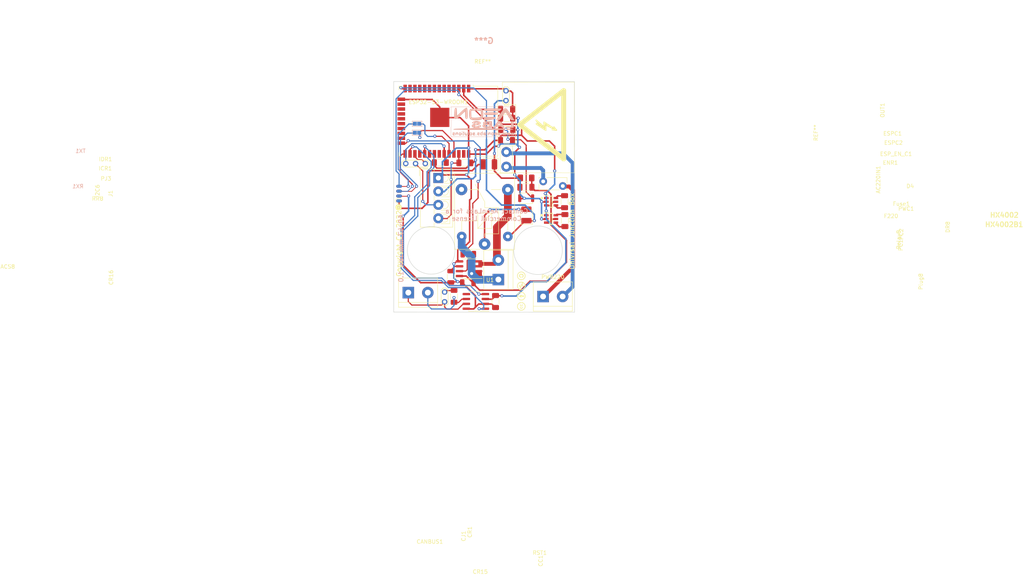
<source format=kicad_pcb>
(kicad_pcb (version 20211014) (generator pcbnew)
  (layers (0 "F.Cu" signal) (31 "B.Cu" signal) (34 "B.Paste" user) (35 "F.Paste" user) (36 "B.SilkS" user "B.Silkscreen") (37 "F.SilkS" user "F.Silkscreen") (38 "B.Mask" user) (39 "F.Mask" user) (44 "Edge.Cuts" user))
  (net 0 "")
  (net 1 "/GND_220")
  (net 2 "/AC_220_IN")
  (net 3 "Net-(ACS8-Pad1)")
  (net 4 "Net-(ACS8-Pad3)")
  (net 5 "/GND")
  (net 6 "Net-(ACS8-Pad6)")
  (net 7 "Net-(ACS8-Pad7)")
  (net 8 "/5V0")
  (net 9 "Net-(CANBUS1-Pad1)")
  (net 10 "Net-(CANBUS1-Pad2)")
  (net 11 "/3V3")
  (net 12 "Net-(CJ1-Pad2)")
  (net 13 "Net-(D4-Pad1)")
  (net 14 "/5V0F")
  (net 15 "Net-(DR8-Pad1)")
  (net 16 "/IO12_Switch")
  (net 17 "/RST_EN_RTS")
  (net 27 "/IO14")
  (net 28 "/IO13")
  (net 35 "/IO15")
  (net 36 "/IO02_SENSE")
  (net 37 "/IO0_BOOT_DTR")
  (net 38 "/IO04TX_CAN")
  (net 39 "/IO16")
  (net 41 "/IO05RX_CAN")
  (net 45 "/IO21_IMD")
  (net 46 "/IO03RX")
  (net 47 "/IO01TX")
  (net 48 "/IO22_IMC")
  (net 50 "Net-(F220-Pad1)")
  (net 51 "Net-(HX4002-Pad4)")
  (net 52 "Net-(HX4002-Pad6)")
  (net 53 "Net-(HX4002B1-Pad4)")
  (net 54 "Net-(HX4002B1-Pad6)")
  (net 55 "Net-(I2C6-Pad3)")
  (net 56 "/RX_IN")
  (net 57 "/TX_IN")
  (footprint "TerminalBlock_4Ucon:TerminalBlock_4Ucon_1x04_P3.50mm_Vertical" (layer "F.Cu") (at 136.385 89.745 -90)
    (fp_text reference "I2C6")
    (fp_text value "I2C6")
  )
  (footprint "Resistor_SMD:R_1206_3216Metric_Pad1.30x1.75mm_HandSolder" (layer "F.Cu") (at 140.475 120.545 90)
    (fp_text reference "CR1")
    (fp_text value "120")
  )
  (footprint "Package_SO:SOIC-8_3.9x4.9mm_P1.27mm" (layer "F.Cu") (at 146.155 121.875 180)
    (fp_text reference "U1")
    (fp_text value "SN65HVD230")
  )
  (footprint "Fuse:Fuse_1206_3216Metric_Pad1.42x1.75mm_HandSolder" (layer "F.Cu") (at 159.195 89.725 180)
    (fp_text reference "Fuse1")
    (fp_text value "Polyfuse")
  )
  (footprint "TerminalBlock:TerminalBlock_bornier-2_P5.08mm" (layer "F.Cu") (at 152.005 116.185 90)
    (fp_text reference "Plug8")
    (fp_text value "AC1_Conn")
  )
  (footprint "Capacitor_SMD:C_1206_3216Metric_Pad1.33x1.80mm_HandSolder" (layer "F.Cu") (at 154.14 71.84)
    (fp_text reference "ESPC1")
    (fp_text value "0.1uF")
  )
  (footprint "Capacitor_SMD:C_1206_3216Metric_Pad1.33x1.80mm_HandSolder" (layer "F.Cu") (at 154.15 74.18)
    (fp_text reference "ESPC2")
    (fp_text value "22uF")
  )
  (footprint "Capacitor_SMD:C_1206_3216Metric_Pad1.33x1.80mm_HandSolder" (layer "F.Cu") (at 154.19 77.18 180)
    (fp_text reference "ESP_EN_C1")
    (fp_text value "0.1uF")
  )
  (footprint "Capacitor_SMD:C_1206_3216Metric_Pad1.33x1.80mm_HandSolder" (layer "F.Cu") (at 169.315 100.825 -90)
    (fp_text reference "PC2")
    (fp_text value "0.1pF")
  )
  (footprint "AeonLabs:SW_Push_SPST_NO_Alps_SKRK AliExpress" (layer "F.Cu") (at 157.685 94.185)
    (fp_text reference "RST1")
    (fp_text value "RST")
  )
  (footprint "TestPoint:TestPoint_3Pads_Pitch2.54mm_Drill0.8mm" (layer "F.Cu") (at 133 86 180)
    (fp_text reference "PJ3")
    (fp_text value "PJ1")
  )
  (footprint "AeonLabs:aeon creative commons logos" (layer "F.Cu") (at 157.918532 119.210201 90)
    (fp_text reference "G***" hide)
    (fp_text value "LOGO" hide)
  )
  (footprint "Resistor_SMD:R_1206_3216Metric_Pad1.30x1.75mm_HandSolder" (layer "F.Cu") (at 136.91 85.74 180)
    (fp_text reference "IDR1")
    (fp_text value "10k")
  )
  (footprint "TestPoint:TestPoint_2Pads_Pitch2.54mm_Drill0.8mm" (layer "F.Cu") (at 153.99 67.045 -90)
    (fp_text reference "OUT1")
    (fp_text value "AC/DC Out")
  )
  (footprint "Diode_SMD:D_1210_3225Metric_Pad1.42x2.65mm_HandSolder" (layer "F.Cu") (at 159.295 99.3625 90)
    (fp_text reference "DR8")
    (fp_text value "D_Schottky")
  )
  (footprint "Resistor_SMD:R_1206_3216Metric" (layer "F.Cu") (at 144.185 109.585 180)
    (fp_text reference "RR8")
    (fp_text value "10k")
  )
  (footprint "Connector:SOIC_clipProgSmall" (layer "F.Cu") (at 125.4255 93.805 -90)
    (fp_text reference "J1")
    (fp_text value "Conn_01x08_Male")
  )
  (footprint "Resistor_SMD:R_1206_3216Metric_Pad1.30x1.75mm_HandSolder" (layer "F.Cu") (at 143.285 85.815 180)
    (fp_text reference "ICR1")
    (fp_text value "10k")
  )
  (footprint "Capacitor_SMD:C_1206_3216Metric_Pad1.33x1.80mm_HandSolder" (layer "F.Cu") (at 151.265 121.905 90)
    (fp_text reference "CC1")
    (fp_text value "0.1uF")
  )
  (footprint "Resistor_SMD:R_1206_3216Metric_Pad1.30x1.75mm_HandSolder" (layer "F.Cu") (at 154.12 79.93)
    (fp_text reference "ENR1")
    (fp_text value "10k")
  )
  (footprint "AeonLabs:HX4002 SOT95 P280X125-6N" (layer "F.Cu") (at 165.675 100.425)
    (fp_text reference "HX4002B1")
    (fp_text value "HX4002" hide)
  )
  (footprint "RF_Module:ESP32-WROOM-32" (layer "F.Cu") (at 136.005 74.965 -90)
    (fp_text reference "ESP32-S3-WROOM1")
    (fp_text value "ESP32-S3-WROOM1")
  )
  (footprint "TerminalBlock:TerminalBlock_bornier-2_P5.08mm" (layer "F.Cu") (at 128.575 119.585)
    (fp_text reference "CANBUS1")
    (fp_text value "CANBUS")
  )
  (footprint "AeonLabs:Universal Junction Box" (layer "F.Cu") (at 147.75 95.64)
    (fp_text reference "REF**")
    (fp_text value "Universal Junction Box")
    (fp_line (start 24.07 29.05) (end 24.05 -30.98) (layer "Edge.Cuts") (width 0.12))
    (fp_line (start -22.95 29.02) (end 24.07 29.05) (layer "Edge.Cuts") (width 0.12))
    (fp_line (start -22.97 -31.01) (end -22.95 29.02) (layer "Edge.Cuts") (width 0.12))
    (fp_line (start 24.05 -30.98) (end -22.97 -31.01) (layer "Edge.Cuts") (width 0.12))
    (fp_circle (center 14.57 12.918787) (end 18.68 17.72) (layer "Edge.Cuts") (width 0.12) (fill none))
    (fp_circle (center -13.22 12.938787) (end -9.19 17.66) (layer "Edge.Cuts") (width 0.12) (fill none))
  )
  (footprint "Package_SO:SOIC-8_3.9x4.9mm_P1.27mm" (layer "F.Cu") (at 144.375 113.365 180)
    (fp_text reference "ACS8")
    (fp_text value "ACS712xLCTR-05B")
  )
  (footprint "Capacitor_SMD:C_1206_3216Metric_Pad1.33x1.80mm_HandSolder" (layer "F.Cu") (at 169.225 95.915 -90)
    (fp_text reference "PC1")
    (fp_text value "0.1pF")
  )
  (footprint "Capacitor_SMD:C_1206_3216Metric" (layer "F.Cu") (at 144.075 117.025 180)
    (fp_text reference "CR15")
    (fp_text value "1nF")
  )
  (footprint "TerminalBlock:TerminalBlock_bornier-2_P5.08mm" (layer "F.Cu") (at 163.635 120.605)
    (fp_text reference "PWR220")
    (fp_text value "PWR220")
  )
  (footprint "Symbol:Symbol_Highvoltage_Type2_Front_Silk_Small" (layer "F.Cu") (at 165.185 75.89 90)
    (fp_text reference "REF**")
    (fp_text value "Symbol_Highvoltage_Type2_Front_Silk_Small")
  )
  (footprint "Relay_THT:Relay_SPDT_SANYOU_SRD_Series_Form_C" (layer "F.Cu") (at 148.415 106.925 90)
    (fp_text reference "Relay8")
    (fp_text value "Relay1")
  )
  (footprint "AeonLabs:HX4002 SOT95 P280X125-6N" (layer "F.Cu") (at 165.685 95.945)
    (fp_text reference "HX4002")
    (fp_text value "HX4002" hide)
  )
  (footprint "Capacitor_SMD:C_1206_3216Metric_Pad1.33x1.80mm_HandSolder" (layer "F.Cu") (at 159.165 92.155 180)
    (fp_text reference "PWC1")
    (fp_text value "0.1pF")
  )
  (footprint "Diode_SMD:D_1210_3225Metric_Pad1.42x2.65mm_HandSolder" (layer "F.Cu") (at 149.5025 86.185 180)
    (fp_text reference "D4")
    (fp_text value "SCHOTSKY")
  )
  (footprint "TestPoint:TestPoint_2Pads_Pitch3.81mm_Drill1.3mm" (layer "F.Cu") (at 154.07 82.985 -90)
    (fp_text reference "AC220IN1")
    (fp_text value "AC220IN")
  )
  (footprint "TestPoint:TestPoint_2Pads_Pitch2.54mm_Drill0.8mm" (layer "F.Cu") (at 138.025 121.985 90)
    (fp_text reference "CJ1")
    (fp_text value "CJ1")
  )
  (footprint "Capacitor_SMD:C_1206_3216Metric" (layer "F.Cu") (at 139.635 115.465 -90)
    (fp_text reference "CR16")
    (fp_text value "1nF")
  )
  (footprint "Fuse:Fuse_Bourns_MF-RG300" (layer "F.Cu") (at 168.765 91.835 180)
    (fp_text reference "F220")
    (fp_text value "Fuse")
  )
  (footprint "TestPoint:TestPoint_Pad_Bridge_1.0x1.0mm" (layer "B.Cu") (at 130.28 75.62)
    (fp_text reference "TX1")
    (fp_text value "TX1")
  )
  (footprint "AeonLabs:aeon logo www" (layer "B.Cu") (at 148.1 75.08 180)
    (fp_text reference "G***")
    (fp_text value "LOGO" hide)
  )
  (footprint "TestPoint:TestPoint_Pad_Bridge_1.0x1.0mm" (layer "B.Cu") (at 130.28 77.96)
    (fp_text reference "RX1")
    (fp_text value "RX1")
  )
  (gr_line (start 171.73 64.825) (end 171.75 88.395) (layer "F.SilkS") (width 0.1))
  (gr_line (start 156.5 81.375) (end 156.51 70.615) (layer "F.SilkS") (width 0.12))
  (gr_circle (center 126.050956 97.37) (end 125.580956 97.34) (layer "F.SilkS") (width 0.7) (fill none))
  (gr_line (start 156.5 81.375) (end 155.56 81.375) (layer "F.SilkS") (width 0.12))
  (gr_line (start 171.73 64.825) (end 153.06 64.845) (layer "F.SilkS") (width 0.1))
  (gr_line (start 153.06 66.535) (end 153.06 64.845) (layer "F.SilkS") (width 0.1))
  (gr_line (start 156.51 70.615) (end 153.61 70.615) (layer "F.SilkS") (width 0.12))
  (gr_line (start 171.75 88.395) (end 155.59 88.38) (layer "F.SilkS") (width 0.1))
  (gr_text "60x47 mm rev. 1.0" (at 126.68 108.09 90) (layer "B.SilkS") (effects (font (size 1.2 1.2) (thickness 0.2)) (justify mirror)))
  (gr_text "Contact AeonLabs for a\nCommercial License" (at 148.96 99.33) (layer "B.SilkS") (effects (font (size 1.2 1.2) (thickness 0.2)) (justify mirror)))
  (gr_text "Copyright CC 2022" (at 126.14 106.8 90) (layer "F.SilkS") (effects (font (size 1.2 1.2) (thickness 0.2))))
  (gr_text "Univrsal Junction Box" (at 171.14 103.63 90) (layer "F.SilkS") (effects (font (size 1.2 1.2) (thickness 0.2))))
  (segment (start 168.725 120.665) (end 171.325 118.065) (width 1) (layer "B.Cu") (net 1))
  (segment (start 171.325 118.065) (end 171.325 85.855) (width 1) (layer "B.Cu") (net 1))
  (segment (start 171.325 85.855) (end 168.805 83.335) (width 1) (layer "B.Cu") (net 1))
  (segment (start 168.715 120.665) (end 168.725 120.665) (width 1) (layer "B.Cu") (net 1))
  (segment (start 168.805 83.335) (end 154.1 83.335) (width 1) (layer "B.Cu") (net 1))
  (segment (start 163.045 87.145) (end 163.665 87.765) (width 1) (layer "B.Cu") (net 2))
  (segment (start 154.1 87.145) (end 163.045 87.145) (width 1) (layer "B.Cu") (net 2))
  (segment (start 163.665 87.765) (end 163.665 90.765) (width 1) (layer "B.Cu") (net 2))
  (segment (start 147.235 114.955) (end 146.995 114.715) (width 1) (layer "F.Cu") (net 3))
  (segment (start 147.235 114.335) (end 147.235 114.955) (width 1) (layer "F.Cu") (net 3))
  (segment (start 146.705 114.685) (end 145.195 114.685) (width 1) (layer "F.Cu") (net 3))
  (via (at 145.045 114.635) (size 1.2) (drill 0.8) (layers "F.Cu" "B.Cu") (net 3))
  (segment (start 145.045 110.295) (end 142.465 107.715) (width 2) (layer "B.Cu") (net 3))
  (segment (start 146.595 116.245) (end 145.045 114.695) (width 2) (layer "B.Cu") (net 3))
  (segment (start 152.005 116.245) (end 146.595 116.245) (width 2) (layer "B.Cu") (net 3))
  (segment (start 142.465 107.715) (end 142.465 105.035) (width 2) (layer "B.Cu") (net 3))
  (segment (start 145.045 114.695) (end 145.045 110.295) (width 2) (layer "B.Cu") (net 3))
  (segment (start 147.375 112.105) (end 151.065 112.105) (width 1) (layer "F.Cu") (net 4))
  (segment (start 154.465 99.755) (end 151.625 102.595) (width 2) (layer "F.Cu") (net 4))
  (segment (start 151.065 112.105) (end 152.005 111.165) (width 1) (layer "F.Cu") (net 4))
  (segment (start 154.465 92.835) (end 154.465 99.755) (width 2) (layer "F.Cu") (net 4))
  (segment (start 151.625 110.785) (end 152.005 111.165) (width 2) (layer "F.Cu") (net 4))
  (segment (start 151.625 102.595) (end 151.625 110.785) (width 2) (layer "F.Cu") (net 4))
  (segment (start 147.285 111.775) (end 147.285 112.395) (width 1) (layer "F.Cu") (net 4))
  (segment (start 141.43 108.45) (end 142.65 107.23) (width 0.4) (layer "F.Cu") (net 5))
  (segment (start 145.58 123.84) (end 143.68 123.84) (width 0.4) (layer "F.Cu") (net 5))
  (segment (start 155.7125 74.24) (end 157.15 74.24) (width 0.4) (layer "F.Cu") (net 5))
  (segment (start 143.61 107.23) (end 144.53 106.31) (width 0.4) (layer "F.Cu") (net 5))
  (segment (start 157.51 81.81) (end 157.54 81.78) (width 0.4) (layer "F.Cu") (net 5))
  (segment (start 146.85 122.57) (end 146.025 123.395) (width 0.4) (layer "F.Cu") (net 5))
  (segment (start 142.32 111.47) (end 141.18 111.47) (width 0.3) (layer "F.Cu") (net 5))
  (segment (start 139.635 117) (end 131.78 117) (width 0.4) (layer "F.Cu") (net 5))
  (segment (start 153.41 66.525) (end 153.99 67.105) (width 0.4) (layer "F.Cu") (net 5))
  (segment (start 131.78 117) (end 127.23 112.45) (width 0.4) (layer "F.Cu") (net 5))
  (segment (start 136.385 89.805) (end 137.25 88.94) (width 0.4) (layer "F.Cu") (net 5))
  (segment (start 142.65 107.23) (end 143.61 107.23) (width 0.4) (layer "F.Cu") (net 5))
  (segment (start 157.6025 95.0275) (end 157.565 95.065) (width 0.4) (layer "F.Cu") (net 5))
  (segment (start 139.825 116.8) (end 141.42 116.8) (width 0.3) (layer "F.Cu") (net 5))
  (segment (start 142.315 116.8) (end 142.6 117.085) (width 0.4) (layer "F.Cu") (net 5))
  (segment (start 155.7025 67.6025) (end 155.205 67.105) (width 0.4) (layer "F.Cu") (net 5))
  (segment (start 144.26 66.525) (end 153.41 66.525) (width 0.4) (layer "F.Cu") (net 5))
  (segment (start 148.865 83.525) (end 149.85 82.54) (width 0.4) (layer "F.Cu") (net 5))
  (segment (start 150.9 81.49) (end 152.04 81.49) (width 0.4) (layer "F.Cu") (net 5))
  (segment (start 141.0575 111.5425) (end 140.5325 112.0675) (width 0.3) (layer "F.Cu") (net 5))
  (segment (start 148.63 122.57) (end 150.3075 122.57) (width 0.4) (layer "F.Cu") (net 5))
  (segment (start 142.065 74.025) (end 144.26 76.22) (width 0.4) (layer "F.Cu") (net 5))
  (segment (start 155.7125 74.24) (end 155.7125 71.91) (width 0.4) (layer "F.Cu") (net 5))
  (segment (start 146.025 120.415) (end 146.025 123.395) (width 0.4) (layer "F.Cu") (net 5))
  (segment (start 146.025 123.395) (end 145.58 123.84) (width 0.4) (layer "F.Cu") (net 5))
  (segment (start 149.85 82.54) (end 150.9 81.49) (width 0.4) (layer "F.Cu") (net 5))
  (segment (start 164.475 95.985) (end 163.365 95.985) (width 0.4) (layer "F.Cu") (net 5))
  (segment (start 141.42 116.8) (end 142.315 116.8) (width 0.4) (layer "F.Cu") (net 5))
  (segment (start 126.75 69.31) (end 134.8 69.31) (width 0.4) (layer "F.Cu") (net 5))
  (segment (start 155.7525 77.24) (end 156.96 77.24) (width 0.4) (layer "F.Cu") (net 5))
  (segment (start 136.76 74.025) (end 142.065 74.025) (width 0.4) (layer "F.Cu") (net 5))
  (segment (start 144.53 97.73) (end 144.53 97.12) (width 0.4) (layer "F.Cu") (net 5))
  (segment (start 141.43 111.05) (end 141.43 108.45) (width 0.4) (layer "F.Cu") (net 5))
  (segment (start 155.205 67.105) (end 153.99 67.105) (width 0.4) (layer "F.Cu") (net 5))
  (segment (start 155.7125 71.91) (end 155.7025 71.9) (width 0.4) (layer "F.Cu") (net 5))
  (segment (start 157.6025 92.215) (end 157.6025 95.0275) (width 0.4) (layer "F.Cu") (net 5))
  (segment (start 144.26 76.22) (end 144.26 81.95) (width 0.4) (layer "F.Cu") (net 5))
  (segment (start 126.1755 94.5) (end 128.65 94.5) (width 0.2) (layer "F.Cu") (net 5))
  (segment (start 164.465 100.465) (end 163.325 100.465) (width 0.4) (layer "F.Cu") (net 5))
  (segment (start 156.26 83.06) (end 157.51 81.81) (width 0.4) (layer "F.Cu") (net 5))
  (segment (start 157.5925 95.125) (end 158.795 95.125) (width 0.4) (layer "F.Cu") (net 5))
  (segment (start 127.23 112.45) (end 127.23 99.76) (width 0.4) (layer "F.Cu") (net 5))
  (segment (start 144.94 95.08) (end 144.6 95.42) (width 0.4) (layer "F.Cu") (net 5))
  (segment (start 150.3075 122.57) (end 151.265 123.5275) (width 0.4) (layer "F.Cu") (net 5))
  (segment (start 142.695 117.085) (end 146.025 120.415) (width 0.4) (layer "F.Cu") (net 5))
  (segment (start 144.53 97.73) (end 144.53 95.49) (width 0.4) (layer "F.Cu") (net 5))
  (segment (start 143.72 88.94) (end 144.94 90.16) (width 0.4) (layer "F.Cu") (net 5))
  (segment (start 141.9 111.52) (end 141.43 111.05) (width 0.4) (layer "F.Cu") (net 5))
  (segment (start 156.26 88.96) (end 156.26 83.06) (width 0.4) (layer "F.Cu") (net 5))
  (segment (start 144.94 90.16) (end 144.94 95.08) (width 0.4) (layer "F.Cu") (net 5))
  (segment (start 144.53 106.31) (end 144.53 97.73) (width 0.4) (layer "F.Cu") (net 5))
  (segment (start 134.8 69.31) (end 136.76 71.27) (width 0.4) (layer "F.Cu") (net 5))
  (segment (start 137.25 88.94) (end 140.65 88.94) (width 0.4) (layer "F.Cu") (net 5))
  (segment (start 148.63 122.57) (end 146.85 122.57) (width 0.4) (layer "F.Cu") (net 5))
  (segment (start 144.26 83.525) (end 148.865 83.525) (width 0.4) (layer "F.Cu") (net 5))
  (segment (start 155.7025 71.9) (end 155.7025 67.6025) (width 0.4) (layer "F.Cu") (net 5))
  (segment (start 140.65 88.94) (end 143.72 88.94) (width 0.4) (layer "F.Cu") (net 5))
  (segment (start 144.53 95.49) (end 144.6 95.42) (width 0.4) (layer "F.Cu") (net 5))
  (segment (start 136.76 71.27) (end 136.76 74.025) (width 0.4) (layer "F.Cu") (net 5))
  (segment (start 142.6 117.085) (end 142.695 117.085) (width 0.4) (layer "F.Cu") (net 5))
  (segment (start 144.26 83.525) (end 144.26 81.95) (width 0.4) (layer "F.Cu") (net 5))
  (via (at 163.235 100.415) (size 0.8) (drill 0.4) (layers "F.Cu" "B.Cu") (net 5))
  (via (at 163.245 95.925) (size 0.8) (drill 0.4) (layers "F.Cu" "B.Cu") (net 5))
  (via (at 156.26 88.9) (size 0.8) (drill 0.4) (layers "F.Cu" "B.Cu") (net 5))
  (via (at 144.26 81.89) (size 0.8) (drill 0.4) (layers "F.Cu" "B.Cu") (net 5))
  (via (at 128.65 94.44) (size 0.8) (drill 0.4) (layers "F.Cu" "B.Cu") (net 5))
  (via (at 157.51 81.75) (size 0.8) (drill 0.4) (layers "F.Cu" "B.Cu") (net 5))
  (via (at 140.425 112.115) (size 0.8) (drill 0.4) (layers "F.Cu" "B.Cu") (net 5))
  (via (at 157.15 74.18) (size 0.8) (drill 0.4) (layers "F.Cu" "B.Cu") (net 5))
  (via (at 158.745 95.035) (size 0.8) (drill 0.4) (layers "F.Cu" "B.Cu") (net 5))
  (via (at 127.23 99.7) (size 0.8) (drill 0.4) (layers "F.Cu" "B.Cu") (net 5))
  (via (at 143.72 88.88) (size 0.8) (drill 0.4) (layers "F.Cu" "B.Cu") (net 5))
  (via (at 141.42 116.74) (size 0.8) (drill 0.4) (layers "F.Cu" "B.Cu") (net 5))
  (via (at 157.07 77.19) (size 0.8) (drill 0.4) (layers "F.Cu" "B.Cu") (net 5))
  (via (at 152.04 81.43) (size 0.8) (drill 0.4) (layers "F.Cu" "B.Cu") (net 5))
  (segment (start 157.07 74.32) (end 157.15 74.24) (width 0.4) (layer "B.Cu") (net 5))
  (segment (start 128.65 98.34) (end 127.23 99.76) (width 0.4) (layer "B.Cu") (net 5))
  (segment (start 137.45 88.74) (end 136.385 89.805) (width 0.4) (layer "B.Cu") (net 5))
  (segment (start 158.745 95.095) (end 157.66 94.01) (width 0.4) (layer "B.Cu") (net 5))
  (segment (start 137.45 85.54) (end 137.45 88.74) (width 0.4) (layer "B.Cu") (net 5))
  (segment (start 144.26 88.4) (end 143.72 88.94) (width 0.4) (layer "B.Cu") (net 5))
  (segment (start 144.26 81.95) (end 144.26 88.4) (width 0.4) (layer "B.Cu") (net 5))
  (segment (start 141.04 81.95) (end 137.45 85.54) (width 0.4) (layer "B.Cu") (net 5))
  (segment (start 128.65 94.5) (end 128.65 98.34) (width 0.4) (layer "B.Cu") (net 5))
  (segment (start 157.07 81.37) (end 157.51 81.81) (width 0.4) (layer "B.Cu") (net 5))
  (segment (start 140.425 115.805) (end 141.42 116.8) (width 0.4) (layer "B.Cu") (net 5))
  (segment (start 157.66 94.01) (end 157.66 90.36) (width 0.4) (layer "B.Cu") (net 5))
  (segment (start 163.235 100.475) (end 163.235 95.995) (width 0.4) (layer "B.Cu") (net 5))
  (segment (start 157.51 81.81) (end 156.56 80.86) (width 0.4) (layer "B.Cu") (net 5))
  (segment (start 163.245 95.665) (end 163.245 95.985) (width 0.4) (layer "B.Cu") (net 5))
  (segment (start 144.26 81.95) (end 141.04 81.95) (width 0.4) (layer "B.Cu") (net 5))
  (segment (start 162.675 95.095) (end 163.245 95.665) (width 0.4) (layer "B.Cu") (net 5))
  (segment (start 152.67 80.86) (end 152.04 81.49) (width 0.4) (layer "B.Cu") (net 5))
  (segment (start 163.235 95.995) (end 163.245 95.985) (width 0.4) (layer "B.Cu") (net 5))
  (segment (start 141.42 116.8) (end 141.25 116.8) (width 0.3) (layer "B.Cu") (net 5))
  (segment (start 157.07 77.25) (end 157.07 81.37) (width 0.4) (layer "B.Cu") (net 5))
  (segment (start 156.56 80.86) (end 152.67 80.86) (width 0.4) (layer "B.Cu") (net 5))
  (segment (start 140.425 112.175) (end 140.425 115.805) (width 0.4) (layer "B.Cu") (net 5))
  (segment (start 157.66 90.36) (end 156.26 88.96) (width 0.4) (layer "B.Cu") (net 5))
  (segment (start 157.07 77.25) (end 157.07 74.32) (width 0.4) (layer "B.Cu") (net 5))
  (segment (start 158.745 95.095) (end 162.675 95.095) (width 0.4) (layer "B.Cu") (net 5))
  (segment (start 142.32 112.74) (end 140.69 112.74) (width 0.3) (layer "F.Cu") (net 6))
  (segment (start 139.825 113.605) (end 139.825 113.85) (width 0.3) (layer "F.Cu") (net 6))
  (segment (start 140.69 112.74) (end 139.825 113.605) (width 0.3) (layer "F.Cu") (net 6))
  (segment (start 143.895 113.595) (end 143.895 111.265) (width 0.3) (layer "F.Cu") (net 7))
  (segment (start 142.365 113.965) (end 143.525 113.965) (width 0.3) (layer "F.Cu") (net 7))
  (segment (start 143.525 113.965) (end 143.895 113.595) (width 0.3) (layer "F.Cu") (net 7))
  (segment (start 142.32 114.01) (end 142.365 113.965) (width 0.3) (layer "F.Cu") (net 7))
  (segment (start 143.895 111.265) (end 145.515 109.645) (width 0.3) (layer "F.Cu") (net 7))
  (segment (start 145.515 109.645) (end 145.6475 109.645) (width 0.3) (layer "F.Cu") (net 7))
  (segment (start 145.55 117.38) (end 145.55 117.085) (width 0.4) (layer "F.Cu") (net 8))
  (segment (start 142.32 115.28) (end 143.66 115.28) (width 0.4) (layer "F.Cu") (net 8))
  (segment (start 165.685 96.575) (end 165.685 93.995) (width 0.4) (layer "F.Cu") (net 8))
  (segment (start 164.685 92.995) (end 161.5075 92.995) (width 0.4) (layer "F.Cu") (net 8))
  (segment (start 165.7 100.26) (end 165.7 96.59) (width 0.4) (layer "F.Cu") (net 8))
  (segment (start 166.275 95.985) (end 165.685 96.575) (width 0.4) (layer "F.Cu") (net 8))
  (segment (start 169.705 111.685) (end 164.765 116.625) (width 0.4) (layer "F.Cu") (net 8))
  (segment (start 165.7 100.8) (end 165.085 101.415) (width 0.4) (layer "F.Cu") (net 8))
  (segment (start 160.6825 89.785) (end 160.6825 92.17) (width 0.4) (layer "F.Cu") (net 8))
  (segment (start 165.7 96.59) (end 165.685 96.575) (width 0.4) (layer "F.Cu") (net 8))
  (segment (start 160.6825 92.17) (end 160.7275 92.215) (width 0.4) (layer "F.Cu") (net 8))
  (segment (start 165.7 101.98) (end 169.705 105.985) (width 0.4) (layer "F.Cu") (net 8))
  (segment (start 161.5075 92.995) (end 160.7275 92.215) (width 0.4) (layer "F.Cu") (net 8))
  (segment (start 165.7 100.8) (end 165.7 100.26) (width 0.4) (layer "F.Cu") (net 8))
  (segment (start 165.7 100.26) (end 165.7 101.98) (width 0.4) (layer "F.Cu") (net 8))
  (segment (start 166.035 100.465) (end 165.7 100.8) (width 0.4) (layer "F.Cu") (net 8))
  (segment (start 169.705 105.985) (end 169.705 111.685) (width 0.4) (layer "F.Cu") (net 8))
  (segment (start 165.085 101.415) (end 164.465 101.415) (width 0.4) (layer "F.Cu") (net 8))
  (segment (start 166.975 95.985) (end 166.275 95.985) (width 0.4) (layer "F.Cu") (net 8))
  (segment (start 143.66 115.28) (end 145.465 117.085) (width 0.4) (layer "F.Cu") (net 8))
  (segment (start 165.685 93.995) (end 164.685 92.995) (width 0.4) (layer "F.Cu") (net 8))
  (segment (start 165.325 96.935) (end 164.475 96.935) (width 0.4) (layer "F.Cu") (net 8))
  (segment (start 164.765 116.625) (end 160.235 116.625) (width 0.4) (layer "F.Cu") (net 8))
  (segment (start 166.965 100.465) (end 166.035 100.465) (width 0.4) (layer "F.Cu") (net 8))
  (segment (start 160.235 116.625) (end 157.915 118.945) (width 0.4) (layer "F.Cu") (net 8))
  (segment (start 145.465 117.085) (end 145.55 117.085) (width 0.4) (layer "F.Cu") (net 8))
  (segment (start 165.685 96.575) (end 165.325 96.935) (width 0.4) (layer "F.Cu") (net 8))
  (segment (start 157.915 118.945) (end 147.115 118.945) (width 0.4) (layer "F.Cu") (net 8))
  (segment (start 147.115 118.945) (end 145.55 117.38) (width 0.4) (layer "F.Cu") (net 8))
  (segment (start 142.875 122.515) (end 141.505 123.885) (width 0.3) (layer "F.Cu") (net 9))
  (segment (start 138.025 123.335) (end 138.025 122.045) (width 0.3) (layer "F.Cu") (net 9))
  (segment (start 129.485 122.825) (end 137.245 122.825) (width 0.3) (layer "F.Cu") (net 9))
  (segment (start 143.625 122.515) (end 142.875 122.515) (width 0.3) (layer "F.Cu") (net 9))
  (segment (start 141.505 123.885) (end 138.575 123.885) (width 0.3) (layer "F.Cu") (net 9))
  (segment (start 128.575 119.645) (end 128.575 121.915) (width 0.3) (layer "F.Cu") (net 9))
  (segment (start 137.245 122.825) (end 138.025 122.045) (width 0.3) (layer "F.Cu") (net 9))
  (segment (start 143.68 122.57) (end 143.625 122.515) (width 0.3) (layer "F.Cu") (net 9))
  (segment (start 128.575 121.915) (end 129.485 122.825) (width 0.3) (layer "F.Cu") (net 9))
  (segment (start 138.575 123.885) (end 138.025 123.335) (width 0.3) (layer "F.Cu") (net 9))
  (segment (start 142.5 121.3) (end 141.645 122.155) (width 0.3) (layer "F.Cu") (net 10))
  (segment (start 140.475 121.775) (end 140.475 121.175) (width 0.3) (layer "F.Cu") (net 10))
  (segment (start 141.645 122.155) (end 140.475 122.155) (width 0.3) (layer "F.Cu") (net 10))
  (segment (start 143.68 121.3) (end 142.5 121.3) (width 0.3) (layer "F.Cu") (net 10))
  (via (at 140.465 120.895) (size 0.8) (drill 0.4) (layers "F.Cu" "B.Cu") (net 10))
  (segment (start 134.595 123.845) (end 133.655 122.905) (width 0.3) (layer "B.Cu") (net 10))
  (segment (start 140.465 122.925) (end 139.545 123.845) (width 0.3) (layer "B.Cu") (net 10))
  (segment (start 139.545 123.845) (end 134.595 123.845) (width 0.3) (layer "B.Cu") (net 10))
  (segment (start 140.465 120.955) (end 140.465 122.925) (width 0.3) (layer "B.Cu") (net 10))
  (segment (start 133.655 122.905) (end 133.655 119.645) (width 0.3) (layer "B.Cu") (net 10))
  (segment (start 135.36 85.8) (end 135.36 86.53) (width 0.4) (layer "F.Cu") (net 11))
  (segment (start 157.27 75.76) (end 158.05 76.54) (width 0.4) (layer "F.Cu") (net 11))
  (segment (start 164.465 99.515) (end 164.465 98.365) (width 0.4) (layer "F.Cu") (net 11))
  (segment (start 153.01 75.76) (end 157.27 75.76) (width 0.4) (layer "F.Cu") (net 11))
  (segment (start 150.3675 121.3) (end 151.265 120.4025) (width 0.4) (layer "F.Cu") (net 11))
  (segment (start 159.535 80.105) (end 165.265 80.105) (width 0.4) (layer "F.Cu") (net 11))
  (segment (start 166.645 81.485) (end 166.645 87.965) (width 0.4) (layer "F.Cu") (net 11))
  (segment (start 153.27 78.62) (end 158.05 78.62) (width 0.4) (layer "F.Cu") (net 11))
  (segment (start 144.835 85.875) (end 145.315 85.875) (width 0.4) (layer "F.Cu") (net 11))
  (segment (start 148.63 121.3) (end 150.3675 121.3) (width 0.4) (layer "F.Cu") (net 11))
  (segment (start 151.265 120.4025) (end 152.7625 120.4025) (width 0.4) (layer "F.Cu") (net 11))
  (segment (start 152.87 78.62) (end 152.57 78.92) (width 0.4) (layer "F.Cu") (net 11))
  (segment (start 152.5875 75.3375) (end 153.01 75.76) (width 0.4) (layer "F.Cu") (net 11))
  (segment (start 146.68 71.9) (end 152.5775 71.9) (width 0.4) (layer "F.Cu") (net 11))
  (segment (start 150.92 79.96) (end 148.46 82.42) (width 0.4) (layer "F.Cu") (net 11))
  (segment (start 152.5875 74.24) (end 152.5875 75.3375) (width 0.4) (layer "F.Cu") (net 11))
  (segment (start 135.36 86.53) (end 136.045 87.215) (width 0.4) (layer "F.Cu") (net 11))
  (segment (start 165.265 80.105) (end 166.645 81.485) (width 0.4) (layer "F.Cu") (net 11))
  (segment (start 164.475 95.035) (end 164.475 94.105) (width 0.4) (layer "F.Cu") (net 11))
  (segment (start 142.99 66.525) (end 142.99 68.21) (width 0.4) (layer "F.Cu") (net 11))
  (segment (start 152.57 78.92) (end 152.57 79.99) (width 0.4) (layer "F.Cu") (net 11))
  (segment (start 152.5775 74.23) (end 152.5875 74.24) (width 0.4) (layer "F.Cu") (net 11))
  (segment (start 142.99 68.21) (end 146.68 71.9) (width 0.4) (layer "F.Cu") (net 11))
  (segment (start 164.475 94.105) (end 164.215 93.845) (width 0.4) (layer "F.Cu") (net 11))
  (segment (start 153.27 78.62) (end 152.87 78.62) (width 0.4) (layer "F.Cu") (net 11))
  (segment (start 158.05 78.62) (end 159.535 80.105) (width 0.4) (layer "F.Cu") (net 11))
  (segment (start 152.5775 71.9) (end 152.5775 74.23) (width 0.4) (layer "F.Cu") (net 11))
  (segment (start 143.575 87.215) (end 144.915 85.875) (width 0.4) (layer "F.Cu") (net 11))
  (segment (start 158.05 76.54) (end 158.05 78.62) (width 0.4) (layer "F.Cu") (net 11))
  (segment (start 152.57 79.99) (end 152.54 79.96) (width 0.4) (layer "F.Cu") (net 11))
  (segment (start 136.045 87.215) (end 143.575 87.215) (width 0.4) (layer "F.Cu") (net 11))
  (segment (start 152.7625 120.4025) (end 152.935 120.575) (width 0.4) (layer "F.Cu") (net 11))
  (segment (start 152.54 79.96) (end 150.92 79.96) (width 0.4) (layer "F.Cu") (net 11))
  (segment (start 145.315 85.875) (end 146.07 85.12) (width 0.4) (layer "F.Cu") (net 11))
  (segment (start 148.46 82.42) (end 145.88 82.42) (width 0.4) (layer "F.Cu") (net 11))
  (via (at 152.925 120.425) (size 0.8) (drill 0.4) (layers "F.Cu" "B.Cu") (net 11))
  (via (at 146.08 82.37) (size 0.8) (drill 0.4) (layers "F.Cu" "B.Cu") (net 11))
  (via (at 164.465 98.305) (size 0.8) (drill 0.4) (layers "F.Cu" "B.Cu") (net 11))
  (via (at 146.07 85.06) (size 0.8) (drill 0.4) (layers "F.Cu" "B.Cu") (net 11))
  (via (at 166.645 87.905) (size 0.8) (drill 0.4) (layers "F.Cu" "B.Cu") (net 11))
  (via (at 164.215 93.785) (size 0.8) (drill 0.4) (layers "F.Cu" "B.Cu") (net 11))
  (segment (start 164.545 116.775) (end 160.365 116.775) (width 0.4) (layer "B.Cu") (net 11))
  (segment (start 164.215 93.845) (end 166.645 91.415) (width 0.4) (layer "B.Cu") (net 11))
  (segment (start 141.29 89.94) (end 137.925 93.305) (width 0.4) (layer "B.Cu") (net 11))
  (segment (start 146.07 85.12) (end 146.07 82.44) (width 0.4) (layer "B.Cu") (net 11))
  (segment (start 164.465 94.095) (end 164.215 93.845) (width 0.4) (layer "B.Cu") (net 11))
  (segment (start 164.465 98.365) (end 164.465 100.485) (width 0.4) (layer "B.Cu") (net 11))
  (segment (start 160.365 116.775) (end 156.655 120.485) (width 0.4) (layer "B.Cu") (net 11))
  (segment (start 146.07 82.44) (end 146.08 82.43) (width 0.4) (layer "B.Cu") (net 11))
  (segment (start 166.645 91.415) (end 166.645 87.965) (width 0.4) (layer "B.Cu") (net 11))
  (segment (start 146.07 89.26) (end 145.39 89.94) (width 0.4) (layer "B.Cu") (net 11))
  (segment (start 169.555 105.575) (end 169.555 111.765) (width 0.4) (layer "B.Cu") (net 11))
  (segment (start 156.655 120.485) (end 152.925 120.485) (width 0.4) (layer "B.Cu") (net 11))
  (segment (start 164.465 100.485) (end 169.555 105.575) (width 0.4) (layer "B.Cu") (net 11))
  (segment (start 137.925 93.305) (end 136.385 93.305) (width 0.4) (layer "B.Cu") (net 11))
  (segment (start 146.07 85.12) (end 146.07 89.26) (width 0.4) (layer "B.Cu") (net 11))
  (segment (start 145.39 89.94) (end 141.29 89.94) (width 0.4) (layer "B.Cu") (net 11))
  (segment (start 169.555 111.765) (end 164.545 116.775) (width 0.4) (layer "B.Cu") (net 11))
  (segment (start 164.465 98.365) (end 164.465 94.095) (width 0.4) (layer "B.Cu") (net 11))
  (segment (start 140.475 119.055) (end 138.475 119.055) (width 0.3) (layer "F.Cu") (net 12))
  (segment (start 138.475 119.055) (end 138.025 119.505) (width 0.3) (layer "F.Cu") (net 12))
  (segment (start 126.75 97.64) (end 132.16 97.64) (width 0.4) (layer "F.Cu") (net 13))
  (segment (start 126.1755 97.0655) (end 126.75 97.64) (width 0.4) (layer "F.Cu") (net 13))
  (segment (start 133.67 88.46) (end 134.285 87.845) (width 0.4) (layer "F.Cu") (net 13))
  (segment (start 146.775 86.245) (end 145.175 87.845) (width 0.4) (layer "F.Cu") (net 13))
  (segment (start 145.175 87.845) (end 134.285 87.845) (width 0.4) (layer "F.Cu") (net 13))
  (segment (start 148.015 86.245) (end 146.775 86.245) (width 0.4) (layer "F.Cu") (net 13))
  (segment (start 132.16 97.64) (end 133.67 96.13) (width 0.4) (layer "F.Cu") (net 13))
  (segment (start 133.67 96.13) (end 133.67 88.46) (width 0.4) (layer "F.Cu") (net 13))
  (segment (start 148.015 86.245) (end 148.015 86.895) (width 0.4) (layer "F.Cu") (net 13))
  (segment (start 126.1755 95.77) (end 126.1755 97.0655) (width 0.4) (layer "F.Cu") (net 13))
  (segment (start 152.815 89.785) (end 157.7075 89.785) (width 0.4) (layer "F.Cu") (net 14))
  (segment (start 150.99 87.96) (end 152.815 89.785) (width 0.4) (layer "F.Cu") (net 14))
  (segment (start 150.99 86.245) (end 150.99 83.4) (width 0.4) (layer "F.Cu") (net 14))
  (segment (start 150.99 86.245) (end 150.99 87.96) (width 0.4) (layer "F.Cu") (net 14))
  (via (at 150.99 83.34) (size 0.8) (drill 0.4) (layers "F.Cu" "B.Cu") (net 14))
  (segment (start 150.99 70.47) (end 151.815 69.645) (width 0.4) (layer "B.Cu") (net 14))
  (segment (start 151.815 69.645) (end 153.99 69.645) (width 0.4) (layer "B.Cu") (net 14))
  (segment (start 150.99 83.4) (end 150.99 70.47) (width 0.4) (layer "B.Cu") (net 14))
  (segment (start 159.295 97.935) (end 157.395 97.935) (width 0.4) (layer "F.Cu") (net 15))
  (segment (start 148.415 99.485) (end 149.825 98.075) (width 0.4) (layer "F.Cu") (net 15))
  (segment (start 148.415 106.985) (end 148.415 99.485) (width 0.4) (layer "F.Cu") (net 15))
  (via (at 149.825 98.015) (size 0.8) (drill 0.4) (layers "F.Cu" "B.Cu") (net 15))
  (via (at 157.275 97.885) (size 0.8) (drill 0.4) (layers "F.Cu" "B.Cu") (net 15))
  (segment (start 157.395 97.935) (end 149.965 97.935) (width 0.4) (layer "B.Cu") (net 15))
  (segment (start 149.965 97.935) (end 149.825 98.075) (width 0.4) (layer "B.Cu") (net 15))
  (segment (start 126.885 66.525) (end 126.64 66.28) (width 0.3) (layer "F.Cu") (net 16))
  (segment (start 159.295 100.91) (end 161.36 100.91) (width 0.4) (layer "F.Cu") (net 16))
  (segment (start 158.95 100.91) (end 154.825 105.035) (width 0.4) (layer "F.Cu") (net 16))
  (segment (start 159.295 100.91) (end 158.95 100.91) (width 0.4) (layer "F.Cu") (net 16))
  (segment (start 127.75 66.525) (end 126.885 66.525) (width 0.3) (layer "F.Cu") (net 16))
  (segment (start 154.825 105.035) (end 154.465 105.035) (width 0.4) (layer "F.Cu") (net 16))
  (via (at 126.64 66.22) (size 0.8) (drill 0.4) (layers "F.Cu" "B.Cu") (net 16))
  (via (at 161.36 100.85) (size 0.8) (drill 0.4) (layers "F.Cu" "B.Cu") (net 16))
  (segment (start 161.36 100.91) (end 161.36 99.23) (width 0.4) (layer "B.Cu") (net 16))
  (segment (start 152.84 96.79) (end 148.91 92.86) (width 0.4) (layer "B.Cu") (net 16))
  (segment (start 145.55 66.28) (end 126.64 66.28) (width 0.3) (layer "B.Cu") (net 16))
  (segment (start 148.91 79.75) (end 148.91 69.64) (width 0.3) (layer "B.Cu") (net 16))
  (segment (start 158.92 96.79) (end 156.68 96.79) (width 0.4) (layer "B.Cu") (net 16))
  (segment (start 161.36 99.23) (end 158.92 96.79) (width 0.4) (layer "B.Cu") (net 16))
  (segment (start 148.91 69.64) (end 145.55 66.28) (width 0.3) (layer "B.Cu") (net 16))
  (segment (start 156.68 96.79) (end 152.84 96.79) (width 0.4) (layer "B.Cu") (net 16))
  (segment (start 148.91 92.86) (end 148.91 79.75) (width 0.4) (layer "B.Cu") (net 16))
  (segment (start 159.235 93.385) (end 159.235 82.735) (width 0.3) (layer "F.Cu") (net 17))
  (segment (start 159.235 82.735) (end 159.235 81.915) (width 0.3) (layer "F.Cu") (net 17))
  (segment (start 150.995 77.125) (end 151.375 77.125) (width 0.3) (layer "F.Cu") (net 17))
  (segment (start 152.6525 77.125) (end 151.375 77.125) (width 0.3) (layer "F.Cu") (net 17))
  (segment (start 155.785 79.785) (end 157.805 79.785) (width 0.3) (layer "F.Cu") (net 17))
  (segment (start 159.235 81.215) (end 159.235 82.735) (width 0.3) (layer "F.Cu") (net 17))
  (segment (start 152.6525 77.125) (end 153.865 77.125) (width 0.3) (layer "F.Cu") (net 17))
  (segment (start 141.72 67.85) (end 150.995 77.125) (width 0.3) (layer "F.Cu") (net 17))
  (segment (start 157.805 79.785) (end 159.235 81.215) (width 0.3) (layer "F.Cu") (net 17))
  (segment (start 160.915 95.065) (end 159.235 93.385) (width 0.3) (layer "F.Cu") (net 17))
  (segment (start 141.72 66.525) (end 141.72 67.85) (width 0.3) (layer "F.Cu") (net 17))
  (segment (start 155.68 79.67) (end 154.64 79.67) (width 0.3) (layer "F.Cu") (net 17))
  (via (at 154.5 79.66) (size 0.8) (drill 0.4) (layers "F.Cu" "B.Cu") (net 17))
  (via (at 141.71 68.03) (size 0.8) (drill 0.4) (layers "F.Cu" "B.Cu") (net 17))
  (via (at 153.95 77.06) (size 0.8) (drill 0.4) (layers "F.Cu" "B.Cu") (net 17))
  (segment (start 154.44 77.61) (end 154.44 79.66) (width 0.3) (layer "B.Cu") (net 17))
  (segment (start 154.44 79.66) (end 154.5 79.72) (width 0.3) (layer "B.Cu") (net 17))
  (segment (start 125.4 87.92) (end 125.4 69.14) (width 0.3) (layer "B.Cu") (net 17))
  (segment (start 141.77 67.3) (end 141.77 67.99) (width 0.3) (layer "B.Cu") (net 17))
  (segment (start 126.1755 88.6955) (end 125.4 87.92) (width 0.3) (layer "B.Cu") (net 17))
  (segment (start 126.1755 91.96) (end 126.1755 88.6955) (width 0.3) (layer "B.Cu") (net 17))
  (segment (start 154.44 77.61) (end 153.95 77.12) (width 0.3) (layer "B.Cu") (net 17))
  (segment (start 125.4 69.14) (end 127.66 66.88) (width 0.3) (layer "B.Cu") (net 17))
  (segment (start 141.35 66.88) (end 141.77 67.3) (width 0.3) (layer "B.Cu") (net 17))
  (segment (start 127.66 66.88) (end 141.35 66.88) (width 0.3) (layer "B.Cu") (net 17))
  (segment (start 127.9 80.74) (end 128.545 80.095) (width 0.3) (layer "F.Cu") (net 36))
  (segment (start 142.7225 109.645) (end 142.7225 109.4575) (width 0.3) (layer "F.Cu") (net 36))
  (segment (start 126.75 80.74) (end 127.9 80.74) (width 0.3) (layer "F.Cu") (net 36))
  (segment (start 145.35 106.83) (end 145.35 96.36) (width 0.3) (layer "F.Cu") (net 36))
  (segment (start 145.35 96.36) (end 146.73 94.98) (width 0.3) (layer "F.Cu") (net 36))
  (segment (start 142.7225 109.4575) (end 145.35 106.83) (width 0.3) (layer "F.Cu") (net 36))
  (segment (start 146.73 94.98) (end 146.73 90.7) (width 0.3) (layer "F.Cu") (net 36))
  (via (at 146.73 90.64) (size 0.8) (drill 0.4) (layers "F.Cu" "B.Cu") (net 36))
  (via (at 128.545 80.035) (size 0.8) (drill 0.4) (layers "F.Cu" "B.Cu") (net 36))
  (segment (start 147.28 90.15) (end 147.28 83.78) (width 0.3) (layer "B.Cu") (net 36))
  (segment (start 147.28 81.85) (end 145.525 80.095) (width 0.3) (layer "B.Cu") (net 36))
  (segment (start 146.73 90.7) (end 147.28 90.15) (width 0.3) (layer "B.Cu") (net 36))
  (segment (start 146.73 90.58) (end 146.73 90.7) (width 0.3) (layer "B.Cu") (net 36))
  (segment (start 145.525 80.095) (end 128.545 80.095) (width 0.3) (layer "B.Cu") (net 36))
  (segment (start 147.28 83.78) (end 147.28 81.85) (width 0.3) (layer "B.Cu") (net 36))
  (segment (start 129.65 91.95) (end 129.65 91.39) (width 0.3) (layer "F.Cu") (net 37))
  (segment (start 127.015 83.525) (end 127.75 83.525) (width 0.3) (layer "F.Cu") (net 37))
  (segment (start 126.46 84.08) (end 127.015 83.525) (width 0.3) (layer "F.Cu") (net 37))
  (segment (start 129.65 91.39) (end 126.46 88.2) (width 0.3) (layer "F.Cu") (net 37))
  (segment (start 126.46 88.2) (end 126.46 84.08) (width 0.3) (layer "F.Cu") (net 37))
  (via (at 129.65 91.89) (size 0.8) (drill 0.4) (layers "F.Cu" "B.Cu") (net 37))
  (segment (start 128.37 93.23) (end 129.65 91.95) (width 0.2) (layer "B.Cu") (net 37))
  (segment (start 127.29 93.23) (end 128.37 93.23) (width 0.2) (layer "B.Cu") (net 37))
  (segment (start 126.1755 93.23) (end 127.29 93.23) (width 0.2) (layer "B.Cu") (net 37))
  (segment (start 129.02 82.35) (end 129.745 81.625) (width 0.3) (layer "F.Cu") (net 38))
  (segment (start 148.63 123.84) (end 147 123.84) (width 0.3) (layer "F.Cu") (net 38))
  (segment (start 129.745 81.625) (end 129.8 81.57) (width 0.3) (layer "F.Cu") (net 38))
  (segment (start 129.02 83.525) (end 129.02 82.35) (width 0.3) (layer "F.Cu") (net 38))
  (via (at 147 123.78) (size 0.8) (drill 0.4) (layers "F.Cu" "B.Cu") (net 38))
  (via (at 129.745 81.565) (size 0.8) (drill 0.4) (layers "F.Cu" "B.Cu") (net 38))
  (segment (start 133.44 91.45) (end 130.24 94.65) (width 0.3) (layer "B.Cu") (net 38))
  (segment (start 129.77 81.65) (end 130.7 81.65) (width 0.3) (layer "B.Cu") (net 38))
  (segment (start 134.53 87) (end 133.44 88.09) (width 0.3) (layer "B.Cu") (net 38))
  (segment (start 148.2 122.74) (end 148.2 123.84) (width 0.3) (layer "B.Cu") (net 38))
  (segment (start 133.44 88.09) (end 133.44 91.45) (width 0.3) (layer "B.Cu") (net 38))
  (segment (start 148.2 123.84) (end 147 123.84) (width 0.3) (layer "B.Cu") (net 38))
  (segment (start 130.24 99.5) (end 126.695 103.045) (width 0.3) (layer "B.Cu") (net 38))
  (segment (start 137.165 116.415) (end 139.025 118.275) (width 0.3) (layer "B.Cu") (net 38))
  (segment (start 126.695 103.045) (end 126.695 113.245) (width 0.3) (layer "B.Cu") (net 38))
  (segment (start 143.735 118.275) (end 148.2 122.74) (width 0.3) (layer "B.Cu") (net 38))
  (segment (start 129.745 81.625) (end 129.77 81.65) (width 0.3) (layer "B.Cu") (net 38))
  (segment (start 126.695 113.245) (end 129.865 116.415) (width 0.3) (layer "B.Cu") (net 38))
  (segment (start 134.53 85.48) (end 134.53 87) (width 0.3) (layer "B.Cu") (net 38))
  (segment (start 130.7 81.65) (end 134.53 85.48) (width 0.3) (layer "B.Cu") (net 38))
  (segment (start 129.865 116.415) (end 137.165 116.415) (width 0.3) (layer "B.Cu") (net 38))
  (segment (start 130.24 94.65) (end 130.24 99.5) (width 0.3) (layer "B.Cu") (net 38))
  (segment (start 139.025 118.275) (end 143.735 118.275) (width 0.3) (layer "B.Cu") (net 38))
  (segment (start 130.29 84.21) (end 131.08 85) (width 0.3) (layer "F.Cu") (net 39))
  (segment (start 133 85.87) (end 133 86.06) (width 0.3) (layer "F.Cu") (net 39))
  (segment (start 130.29 83.525) (end 130.29 84.21) (width 0.3) (layer "F.Cu") (net 39))
  (segment (start 132.13 85) (end 133 85.87) (width 0.3) (layer "F.Cu") (net 39))
  (segment (start 131.08 85) (end 132.13 85) (width 0.3) (layer "F.Cu") (net 39))
  (segment (start 146.945 120.025) (end 146.775 120.025) (width 0.3) (layer "F.Cu") (net 41))
  (segment (start 132.83 81.64) (end 132.87 81.6) (width 0.3) (layer "F.Cu") (net 41))
  (segment (start 148.625 120.025) (end 146.945 120.025) (width 0.3) (layer "F.Cu") (net 41))
  (segment (start 132.83 83.525) (end 132.83 81.64) (width 0.3) (layer "F.Cu") (net 41))
  (segment (start 148.63 120.03) (end 148.625 120.025) (width 0.3) (layer "F.Cu") (net 41))
  (via (at 146.945 119.965) (size 0.8) (drill 0.4) (layers "F.Cu" "B.Cu") (net 41))
  (via (at 132.87 81.54) (size 0.8) (drill 0.4) (layers "F.Cu" "B.Cu") (net 41))
  (segment (start 134.11 88.18) (end 134.11 91.78) (width 0.3) (layer "B.Cu") (net 41))
  (segment (start 146.925 120.025) (end 146.945 120.025) (width 0.3) (layer "B.Cu") (net 41))
  (segment (start 131.04 94.85) (end 131.04 99.67) (width 0.3) (layer "B.Cu") (net 41))
  (segment (start 131.04 99.67) (end 127.335 103.375) (width 0.3) (layer "B.Cu") (net 41))
  (segment (start 144.645 117.745) (end 146.925 120.025) (width 0.3) (layer "B.Cu") (net 41))
  (segment (start 135.225 83.955) (end 135.225 87.065) (width 0.3) (layer "B.Cu") (net 41))
  (segment (start 127.335 103.375) (end 127.335 113.045) (width 0.3) (layer "B.Cu") (net 41))
  (segment (start 132.87 81.6) (end 135.225 83.955) (width 0.3) (layer "B.Cu") (net 41))
  (segment (start 134.11 91.78) (end 131.04 94.85) (width 0.3) (layer "B.Cu") (net 41))
  (segment (start 127.335 113.045) (end 130.085 115.795) (width 0.3) (layer "B.Cu") (net 41))
  (segment (start 130.085 115.795) (end 137.305 115.795) (width 0.3) (layer "B.Cu") (net 41))
  (segment (start 135.225 87.065) (end 134.11 88.18) (width 0.3) (layer "B.Cu") (net 41))
  (segment (start 137.305 115.795) (end 139.255 117.745) (width 0.3) (layer "B.Cu") (net 41))
  (segment (start 139.255 117.745) (end 144.645 117.745) (width 0.3) (layer "B.Cu") (net 41))
  (segment (start 138.07 83.5125) (end 138.07 86.2675) (width 0.3) (layer "F.Cu") (net 45))
  (segment (start 137.91 81.65) (end 137.91 83.525) (width 0.4) (layer "F.Cu") (net 45))
  (via (at 137.87 81.46) (size 0.8) (drill 0.4) (layers "F.Cu" "B.Cu") (net 45))
  (segment (start 129.47 80.79) (end 137.14 80.79) (width 0.3) (layer "B.Cu") (net 45))
  (segment (start 127.92 82.34) (end 129.47 80.79) (width 0.3) (layer "B.Cu") (net 45))
  (segment (start 127.92 86.05) (end 127.92 82.34) (width 0.3) (layer "B.Cu") (net 45))
  (segment (start 137.14 80.79) (end 137.87 81.52) (width 0.3) (layer "B.Cu") (net 45))
  (segment (start 139.18 80.78) (end 137.3 78.9) (width 0.3) (layer "F.Cu") (net 46))
  (segment (start 137.3 78.9) (end 135.55 78.9) (width 0.3) (layer "F.Cu") (net 46))
  (segment (start 139.18 83.525) (end 139.18 80.78) (width 0.3) (layer "F.Cu") (net 46))
  (via (at 135.48 78.86) (size 0.8) (drill 0.4) (layers "F.Cu" "B.Cu") (net 46))
  (segment (start 132.9 78.22) (end 133.6 78.92) (width 0.3) (layer "B.Cu") (net 46))
  (segment (start 132.49 75.68) (end 132.9 76.09) (width 0.3) (layer "B.Cu") (net 46))
  (segment (start 133.6 78.92) (end 135.48 78.92) (width 0.3) (layer "B.Cu") (net 46))
  (segment (start 132.9 76.09) (end 132.9 78.22) (width 0.3) (layer "B.Cu") (net 46))
  (segment (start 131.4 75.68) (end 132.49 75.68) (width 0.3) (layer "B.Cu") (net 46))
  (segment (start 135.48 78.92) (end 135.64 78.92) (width 0.3) (layer "B.Cu") (net 46))
  (segment (start 140.45 80.37) (end 137.48 77.4) (width 0.3) (layer "F.Cu") (net 47))
  (segment (start 137.48 77.4) (end 132.04 77.4) (width 0.3) (layer "F.Cu") (net 47))
  (segment (start 132.04 77.4) (end 131.57 77.87) (width 0.3) (layer "F.Cu") (net 47))
  (segment (start 140.45 83.525) (end 140.45 80.37) (width 0.3) (layer "F.Cu") (net 47))
  (segment (start 131.57 77.87) (end 131.57 79.25) (width 0.3) (layer "F.Cu") (net 47))
  (via (at 131.57 79.19) (size 0.8) (drill 0.4) (layers "F.Cu" "B.Cu") (net 47))
  (segment (start 131.47 79.15) (end 131.57 79.25) (width 0.3) (layer "B.Cu") (net 47))
  (segment (start 131.47 78.06) (end 131.47 79.15) (width 0.3) (layer "B.Cu") (net 47))
  (segment (start 141.735 85.875) (end 139.915 85.875) (width 0.3) (layer "F.Cu") (net 48))
  (segment (start 136.385 100.305) (end 138.695 100.305) (width 0.3) (layer "F.Cu") (net 48))
  (segment (start 141.72 86.25) (end 141.775 86.305) (width 0.3) (layer "F.Cu") (net 48))
  (segment (start 139.72 99.28) (end 139.72 90.21) (width 0.3) (layer "F.Cu") (net 48))
  (segment (start 138.695 100.305) (end 139.72 99.28) (width 0.3) (layer "F.Cu") (net 48))
  (segment (start 141.72 83.525) (end 141.72 86.25) (width 0.3) (layer "F.Cu") (net 48))
  (via (at 139.915 85.815) (size 0.8) (drill 0.4) (layers "F.Cu" "B.Cu") (net 48))
  (via (at 139.72 90.15) (size 0.8) (drill 0.4) (layers "F.Cu" "B.Cu") (net 48))
  (segment (start 139.72 86.07) (end 139.72 90.21) (width 0.3) (layer "B.Cu") (net 48))
  (segment (start 139.915 85.875) (end 139.72 86.07) (width 0.3) (layer "B.Cu") (net 48))
  (segment (start 170.435 91.965) (end 168.765 91.965) (width 1) (layer "F.Cu") (net 50))
  (segment (start 171.455 92.985) (end 170.435 91.965) (width 1) (layer "F.Cu") (net 50))
  (segment (start 163.725 120.665) (end 171.455 112.935) (width 1) (layer "F.Cu") (net 50))
  (segment (start 171.455 112.935) (end 171.455 92.985) (width 1) (layer "F.Cu") (net 50))
  (segment (start 163.635 120.665) (end 163.725 120.665) (width 1) (layer "F.Cu") (net 50))
  (segment (start 166.975 97.125) (end 167.3875 97.5375) (width 0.4) (layer "F.Cu") (net 51))
  (segment (start 166.975 96.935) (end 166.975 97.125) (width 0.4) (layer "F.Cu") (net 51))
  (segment (start 167.3875 97.5375) (end 169.225 97.5375) (width 0.4) (layer "F.Cu") (net 51))
  (segment (start 166.975 95.035) (end 166.975 94.875) (width 0.4) (layer "F.Cu") (net 52))
  (segment (start 166.975 94.875) (end 167.4375 94.4125) (width 0.4) (layer "F.Cu") (net 52))
  (segment (start 167.4375 94.4125) (end 169.225 94.4125) (width 0.4) (layer "F.Cu") (net 52))
  (segment (start 167.8675 102.4475) (end 169.315 102.4475) (width 0.4) (layer "F.Cu") (net 53))
  (segment (start 166.965 101.415) (end 166.965 101.545) (width 0.4) (layer "F.Cu") (net 53))
  (segment (start 166.965 101.545) (end 167.8675 102.4475) (width 0.4) (layer "F.Cu") (net 53))
  (segment (start 166.965 99.515) (end 167.255 99.225) (width 0.4) (layer "F.Cu") (net 54))
  (segment (start 169.2175 99.225) (end 169.315 99.3225) (width 0.4) (layer "F.Cu") (net 54))
  (segment (start 167.255 99.225) (end 169.2175 99.225) (width 0.4) (layer "F.Cu") (net 54))
  (segment (start 130.46 86.06) (end 132.33 87.93) (width 0.3) (layer "F.Cu") (net 55))
  (segment (start 132.33 87.93) (end 132.33 95.9) (width 0.3) (layer "F.Cu") (net 55))
  (via (at 132.33 95.84) (size 0.8) (drill 0.4) (layers "F.Cu" "B.Cu") (net 55))
  (segment (start 136.385 96.805) (end 136.31 96.73) (width 0.3) (layer "B.Cu") (net 55))
  (segment (start 136.385 96.805) (end 135.425 96.805) (width 0.3) (layer "B.Cu") (net 55))
  (segment (start 133.16 96.73) (end 132.33 95.9) (width 0.3) (layer "B.Cu") (net 55))
  (segment (start 136.31 96.73) (end 133.16 96.73) (width 0.3) (layer "B.Cu") (net 55))
  (segment (start 128.76 93.23) (end 129.44 93.23) (width 0.2) (layer "F.Cu") (net 56))
  (segment (start 126.1755 93.23) (end 128.76 93.23) (width 0.2) (layer "F.Cu") (net 56))
  (segment (start 129.44 93.23) (end 130.72 91.95) (width 0.2) (layer "F.Cu") (net 56))
  (via (at 130.72 91.89) (size 0.8) (drill 0.4) (layers "F.Cu" "B.Cu") (net 56))
  (segment (start 130.72 91.95) (end 130.72 91.51) (width 0.3) (layer "B.Cu") (net 56))
  (segment (start 130.72 91.51) (end 126.54 87.33) (width 0.3) (layer "B.Cu") (net 56))
  (segment (start 126.54 79.85) (end 128.33 78.06) (width 0.3) (layer "B.Cu") (net 56))
  (segment (start 126.54 87.33) (end 126.54 79.85) (width 0.3) (layer "B.Cu") (net 56))
  (segment (start 128.33 78.06) (end 130.35 78.06) (width 0.3) (layer "B.Cu") (net 56))
  (segment (start 126.1755 91.96) (end 128.56 91.96) (width 0.2) (layer "F.Cu") (net 57))
  (via (at 128.56 91.9) (size 0.8) (drill 0.4) (layers "F.Cu" "B.Cu") (net 57))
  (segment (start 125.96 78.43) (end 125.96 87.49) (width 0.3) (layer "B.Cu") (net 57))
  (segment (start 128.56 90.09) (end 128.56 91.96) (width 0.3) (layer "B.Cu") (net 57))
  (segment (start 128.71 75.68) (end 125.96 78.43) (width 0.3) (layer "B.Cu") (net 57))
  (segment (start 125.96 87.49) (end 128.56 90.09) (width 0.3) (layer "B.Cu") (net 57))
  (segment (start 130.28 75.68) (end 128.71 75.68) (width 0.3) (layer "B.Cu") (net 57))
)
</source>
